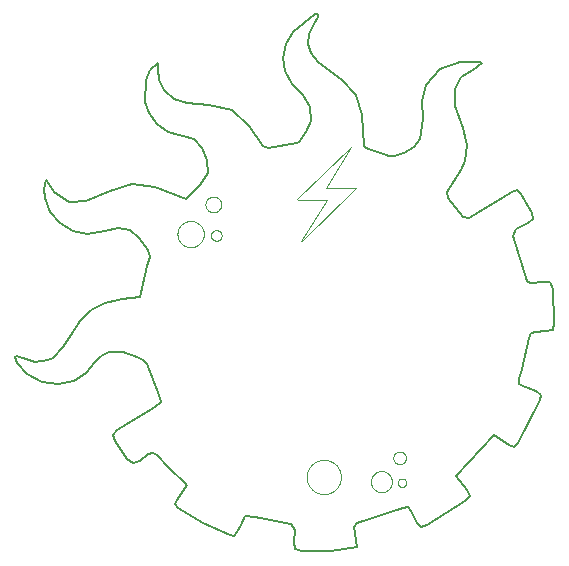
<source format=gbr>
%TF.GenerationSoftware,KiCad,Pcbnew,7.0.8*%
%TF.CreationDate,2024-03-19T09:57:53+01:00*%
%TF.ProjectId,CO2Y-brkout,434f3259-2d62-4726-9b6f-75742e6b6963,rev?*%
%TF.SameCoordinates,Original*%
%TF.FileFunction,Profile,NP*%
%FSLAX46Y46*%
G04 Gerber Fmt 4.6, Leading zero omitted, Abs format (unit mm)*
G04 Created by KiCad (PCBNEW 7.0.8) date 2024-03-19 09:57:53*
%MOMM*%
%LPD*%
G01*
G04 APERTURE LIST*
%TA.AperFunction,Profile*%
%ADD10C,0.009068*%
%TD*%
%TA.AperFunction,Profile*%
%ADD11C,0.013602*%
%TD*%
%TA.AperFunction,Profile*%
%ADD12C,0.022670*%
%TD*%
%TA.AperFunction,Profile*%
%ADD13C,0.200000*%
%TD*%
%TA.AperFunction,Profile*%
%ADD14C,0.096929*%
%TD*%
%TA.AperFunction,Profile*%
%ADD15C,0.010881*%
%TD*%
%TA.AperFunction,Profile*%
%ADD16C,0.066652*%
%TD*%
%TA.AperFunction,Profile*%
%ADD17C,0.018136*%
%TD*%
%TA.AperFunction,Profile*%
%ADD18C,0.007254*%
%TD*%
G04 APERTURE END LIST*
D10*
X134689486Y-70099348D02*
X134712110Y-70101069D01*
X134734406Y-70103902D01*
X134756344Y-70107820D01*
X134777898Y-70112794D01*
X134799039Y-70118798D01*
X134819739Y-70125802D01*
X134839970Y-70133779D01*
X134859704Y-70142701D01*
X134878913Y-70152539D01*
X134897569Y-70163266D01*
X134915645Y-70174854D01*
X134933112Y-70187275D01*
X134949941Y-70200501D01*
X134966106Y-70214503D01*
X134981578Y-70229255D01*
X134996330Y-70244727D01*
X135010332Y-70260892D01*
X135023558Y-70277721D01*
X135035979Y-70295188D01*
X135047567Y-70313264D01*
X135058294Y-70331920D01*
X135068132Y-70351129D01*
X135077054Y-70370863D01*
X135085031Y-70391094D01*
X135092035Y-70411794D01*
X135098039Y-70432935D01*
X135103013Y-70454489D01*
X135106931Y-70476427D01*
X135109764Y-70498723D01*
X135111485Y-70521347D01*
X135112064Y-70544273D01*
X135111485Y-70567198D01*
X135109764Y-70589823D01*
X135106931Y-70612118D01*
X135103013Y-70634057D01*
X135098039Y-70655611D01*
X135092035Y-70676751D01*
X135085031Y-70697451D01*
X135077054Y-70717682D01*
X135068132Y-70737416D01*
X135058294Y-70756626D01*
X135047567Y-70775282D01*
X135035979Y-70793358D01*
X135023558Y-70810824D01*
X135010332Y-70827654D01*
X134996330Y-70843819D01*
X134981578Y-70859291D01*
X134966106Y-70874042D01*
X134949941Y-70888045D01*
X134933112Y-70901271D01*
X134915645Y-70913691D01*
X134897569Y-70925279D01*
X134878913Y-70936007D01*
X134859704Y-70945845D01*
X134839970Y-70954767D01*
X134819739Y-70962744D01*
X134799039Y-70969748D01*
X134777898Y-70975751D01*
X134756344Y-70980726D01*
X134734406Y-70984644D01*
X134712110Y-70987477D01*
X134689486Y-70989197D01*
X134666560Y-70989777D01*
X134643635Y-70989197D01*
X134621010Y-70987477D01*
X134598715Y-70984644D01*
X134576776Y-70980726D01*
X134555222Y-70975751D01*
X134534082Y-70969748D01*
X134513382Y-70962744D01*
X134493151Y-70954767D01*
X134473416Y-70945845D01*
X134454207Y-70936007D01*
X134435551Y-70925279D01*
X134417475Y-70913691D01*
X134400009Y-70901271D01*
X134383179Y-70888045D01*
X134367014Y-70874042D01*
X134351542Y-70859291D01*
X134336791Y-70843819D01*
X134322788Y-70827654D01*
X134309562Y-70810824D01*
X134297142Y-70793358D01*
X134285553Y-70775282D01*
X134274826Y-70756626D01*
X134264988Y-70737416D01*
X134256066Y-70717682D01*
X134248089Y-70697451D01*
X134241085Y-70676751D01*
X134235082Y-70655611D01*
X134230107Y-70634057D01*
X134226189Y-70612118D01*
X134223356Y-70589823D01*
X134221636Y-70567198D01*
X134221056Y-70544273D01*
X134221636Y-70521347D01*
X134223356Y-70498723D01*
X134226189Y-70476427D01*
X134230107Y-70454489D01*
X134235082Y-70432935D01*
X134241085Y-70411794D01*
X134248089Y-70391094D01*
X134256066Y-70370863D01*
X134264988Y-70351129D01*
X134274826Y-70331920D01*
X134285553Y-70313264D01*
X134297142Y-70295188D01*
X134309562Y-70277721D01*
X134322788Y-70260892D01*
X134336791Y-70244727D01*
X134351542Y-70229255D01*
X134367014Y-70214503D01*
X134383179Y-70200501D01*
X134400009Y-70187275D01*
X134417475Y-70174854D01*
X134435551Y-70163266D01*
X134454207Y-70152539D01*
X134473416Y-70142701D01*
X134493151Y-70133779D01*
X134513382Y-70125802D01*
X134534082Y-70118798D01*
X134555222Y-70112794D01*
X134576776Y-70107820D01*
X134598715Y-70103902D01*
X134621010Y-70101069D01*
X134643635Y-70099348D01*
X134666560Y-70098769D01*
X134689486Y-70099348D01*
D11*
X134450981Y-67251981D02*
X134484918Y-67254562D01*
X134518361Y-67258811D01*
X134551269Y-67264688D01*
X134583600Y-67272150D01*
X134615311Y-67281155D01*
X134646361Y-67291661D01*
X134676707Y-67303626D01*
X134706309Y-67317008D01*
X134735122Y-67331766D01*
X134763107Y-67347857D01*
X134790220Y-67365239D01*
X134816420Y-67383870D01*
X134841664Y-67403708D01*
X134865912Y-67424711D01*
X134889120Y-67446838D01*
X134911246Y-67470046D01*
X134932250Y-67494294D01*
X134952088Y-67519538D01*
X134970719Y-67545738D01*
X134988101Y-67572851D01*
X135004192Y-67600836D01*
X135018949Y-67629649D01*
X135032332Y-67659250D01*
X135044297Y-67689597D01*
X135054803Y-67720647D01*
X135063808Y-67752358D01*
X135071270Y-67784689D01*
X135077147Y-67817597D01*
X135081396Y-67851040D01*
X135083977Y-67884977D01*
X135084846Y-67919365D01*
X135083977Y-67953754D01*
X135081396Y-67987691D01*
X135077147Y-68021134D01*
X135071270Y-68054042D01*
X135063808Y-68086373D01*
X135054803Y-68118084D01*
X135044297Y-68149134D01*
X135032332Y-68179480D01*
X135018949Y-68209081D01*
X135004192Y-68237895D01*
X134988101Y-68265880D01*
X134970719Y-68292993D01*
X134952088Y-68319193D01*
X134932250Y-68344437D01*
X134911246Y-68368684D01*
X134889120Y-68391893D01*
X134865912Y-68414019D01*
X134841664Y-68435023D01*
X134816420Y-68454861D01*
X134790220Y-68473492D01*
X134763107Y-68490874D01*
X134735122Y-68506965D01*
X134706309Y-68521722D01*
X134676707Y-68535105D01*
X134646361Y-68547070D01*
X134615311Y-68557576D01*
X134583600Y-68566581D01*
X134551269Y-68574043D01*
X134518361Y-68579919D01*
X134484918Y-68584169D01*
X134450981Y-68586750D01*
X134416593Y-68587619D01*
X134382204Y-68586750D01*
X134348267Y-68584169D01*
X134314824Y-68579919D01*
X134281916Y-68574043D01*
X134249585Y-68566581D01*
X134217874Y-68557576D01*
X134186824Y-68547070D01*
X134156478Y-68535105D01*
X134126876Y-68521722D01*
X134098063Y-68506965D01*
X134070078Y-68490874D01*
X134042965Y-68473492D01*
X134016765Y-68454861D01*
X133991521Y-68435023D01*
X133967273Y-68414019D01*
X133944065Y-68391893D01*
X133921939Y-68368684D01*
X133900935Y-68344437D01*
X133881097Y-68319193D01*
X133862466Y-68292993D01*
X133845084Y-68265880D01*
X133828993Y-68237895D01*
X133814236Y-68209081D01*
X133800853Y-68179480D01*
X133788888Y-68149134D01*
X133778382Y-68118084D01*
X133769377Y-68086373D01*
X133761915Y-68054042D01*
X133756038Y-68021134D01*
X133751789Y-67987691D01*
X133749208Y-67953754D01*
X133748339Y-67919365D01*
X133749208Y-67884977D01*
X133751789Y-67851040D01*
X133756038Y-67817597D01*
X133761915Y-67784689D01*
X133769377Y-67752358D01*
X133778382Y-67720647D01*
X133788888Y-67689597D01*
X133800853Y-67659250D01*
X133814236Y-67629649D01*
X133828993Y-67600836D01*
X133845084Y-67572851D01*
X133862466Y-67545738D01*
X133881097Y-67519538D01*
X133900935Y-67494294D01*
X133921939Y-67470046D01*
X133944065Y-67446838D01*
X133967273Y-67424711D01*
X133991521Y-67403708D01*
X134016765Y-67383870D01*
X134042965Y-67365239D01*
X134070078Y-67347857D01*
X134098063Y-67331766D01*
X134126876Y-67317008D01*
X134156478Y-67303626D01*
X134186824Y-67291661D01*
X134217874Y-67281155D01*
X134249585Y-67272150D01*
X134281916Y-67264688D01*
X134314824Y-67258811D01*
X134348267Y-67254562D01*
X134382204Y-67251981D01*
X134416593Y-67251111D01*
X134450981Y-67251981D01*
D12*
X132549005Y-69315377D02*
X132605567Y-69319678D01*
X132661306Y-69326761D01*
X132716152Y-69336556D01*
X132770037Y-69348992D01*
X132822889Y-69364001D01*
X132874638Y-69381511D01*
X132925216Y-69401453D01*
X132974551Y-69423757D01*
X133022574Y-69448353D01*
X133069215Y-69475171D01*
X133114404Y-69504141D01*
X133158070Y-69535193D01*
X133200145Y-69568257D01*
X133240557Y-69603263D01*
X133279237Y-69640141D01*
X133316115Y-69678821D01*
X133351121Y-69719233D01*
X133384185Y-69761307D01*
X133415237Y-69804974D01*
X133444207Y-69850163D01*
X133471025Y-69896803D01*
X133495621Y-69944827D01*
X133517925Y-69994162D01*
X133537867Y-70044739D01*
X133555377Y-70096489D01*
X133570385Y-70149341D01*
X133582822Y-70203225D01*
X133592617Y-70258072D01*
X133599699Y-70313811D01*
X133604000Y-70370372D01*
X133605450Y-70427686D01*
X133604000Y-70485000D01*
X133599699Y-70541561D01*
X133592617Y-70597300D01*
X133582822Y-70652147D01*
X133570385Y-70706031D01*
X133555377Y-70758883D01*
X133537867Y-70810633D01*
X133517925Y-70861211D01*
X133495621Y-70910546D01*
X133471025Y-70958569D01*
X133444207Y-71005210D01*
X133415237Y-71050398D01*
X133384185Y-71094065D01*
X133351121Y-71136139D01*
X133316115Y-71176551D01*
X133279237Y-71215232D01*
X133240557Y-71252110D01*
X133200145Y-71287116D01*
X133158070Y-71320180D01*
X133114404Y-71351232D01*
X133069215Y-71380201D01*
X133022574Y-71407019D01*
X132974551Y-71431615D01*
X132925216Y-71453919D01*
X132874638Y-71473862D01*
X132822889Y-71491372D01*
X132770037Y-71506380D01*
X132716152Y-71518817D01*
X132661306Y-71528611D01*
X132605567Y-71535694D01*
X132549005Y-71539995D01*
X132491692Y-71541444D01*
X132434378Y-71539995D01*
X132377816Y-71535694D01*
X132322077Y-71528611D01*
X132267231Y-71518817D01*
X132213346Y-71506380D01*
X132160494Y-71491372D01*
X132108745Y-71473862D01*
X132058167Y-71453919D01*
X132008832Y-71431615D01*
X131960809Y-71407019D01*
X131914168Y-71380201D01*
X131868979Y-71351232D01*
X131825313Y-71320180D01*
X131783238Y-71287116D01*
X131742826Y-71252110D01*
X131704146Y-71215232D01*
X131667268Y-71176551D01*
X131632262Y-71136139D01*
X131599198Y-71094065D01*
X131568146Y-71050398D01*
X131539176Y-71005210D01*
X131512358Y-70958569D01*
X131487762Y-70910546D01*
X131465458Y-70861211D01*
X131445516Y-70810633D01*
X131428006Y-70758883D01*
X131412998Y-70706031D01*
X131400561Y-70652147D01*
X131390766Y-70597300D01*
X131383684Y-70541561D01*
X131379383Y-70485000D01*
X131377933Y-70427686D01*
X131379383Y-70370372D01*
X131383684Y-70313811D01*
X131390766Y-70258072D01*
X131400561Y-70203225D01*
X131412998Y-70149341D01*
X131428006Y-70096489D01*
X131445516Y-70044739D01*
X131465458Y-69994162D01*
X131487762Y-69944827D01*
X131512358Y-69896803D01*
X131539176Y-69850163D01*
X131568146Y-69804974D01*
X131599198Y-69761307D01*
X131632262Y-69719233D01*
X131667268Y-69678821D01*
X131704146Y-69640141D01*
X131742826Y-69603263D01*
X131783238Y-69568257D01*
X131825313Y-69535193D01*
X131868979Y-69504141D01*
X131914168Y-69475171D01*
X131960809Y-69448353D01*
X132008832Y-69423757D01*
X132058167Y-69401453D01*
X132108745Y-69381511D01*
X132160494Y-69364001D01*
X132213346Y-69348992D01*
X132267231Y-69336556D01*
X132322077Y-69326761D01*
X132377816Y-69319678D01*
X132434378Y-69315377D01*
X132491692Y-69313928D01*
X132549005Y-69315377D01*
D13*
X131107676Y-58971992D02*
X130208526Y-58226890D01*
X140328696Y-55492442D02*
X140509826Y-56630042D01*
D14*
X142847389Y-92111676D02*
X142794720Y-92066053D01*
D13*
X118277880Y-80932118D02*
X117682852Y-80726578D01*
X131421220Y-93580468D02*
X133536748Y-94912796D01*
D14*
X144202342Y-92377879D02*
X144133461Y-92397440D01*
D13*
X126645908Y-75918352D02*
X125254252Y-76250076D01*
X128920538Y-71786384D02*
X129032108Y-72405874D01*
D14*
X145156979Y-90559958D02*
X145176540Y-90628839D01*
D13*
X130597734Y-61782066D02*
X131880668Y-62117546D01*
D14*
X145134159Y-91490686D02*
X145108169Y-91556603D01*
D13*
X128807626Y-81438680D02*
X129816858Y-84022638D01*
D14*
X142959133Y-92195237D02*
X142902223Y-92154768D01*
D13*
X151922300Y-62399258D02*
X151380370Y-63069006D01*
X156137374Y-92618768D02*
X155922770Y-92112232D01*
X155282552Y-55863172D02*
X153604748Y-56467848D01*
D14*
X143478166Y-92413648D02*
X143407939Y-92397440D01*
D13*
X161301538Y-78831752D02*
X161707316Y-78685862D01*
X135827414Y-95936816D02*
X136203044Y-95954286D01*
X128182408Y-89616388D02*
X128882918Y-89087800D01*
X137958944Y-94373274D02*
X141031986Y-95011886D01*
D14*
X144933868Y-91860077D02*
X144890776Y-91914911D01*
D13*
X136460088Y-95679950D02*
X136716210Y-95063302D01*
X136203044Y-95954286D02*
X136460088Y-95679950D01*
D14*
X143991754Y-92426413D02*
X143919111Y-92435644D01*
X145047045Y-91683488D02*
X145012093Y-91744274D01*
X143339058Y-89605321D02*
X143407939Y-89585760D01*
X144335703Y-89654131D02*
X144400000Y-89683200D01*
X145214744Y-91140011D02*
X145205513Y-91212654D01*
X142321051Y-90916904D02*
X142326656Y-90843189D01*
D13*
X141099790Y-57683694D02*
X142003638Y-58645338D01*
D14*
X143339058Y-92377879D02*
X143271614Y-92355059D01*
X142433231Y-90426597D02*
X142462300Y-90362300D01*
D13*
X120966810Y-66837734D02*
X120522378Y-66155052D01*
D14*
X143078812Y-92267945D02*
X143018026Y-92232993D01*
D13*
X141031986Y-95011886D02*
X141370962Y-95452310D01*
X126284360Y-86995682D02*
X125880472Y-87403120D01*
X132818350Y-62396506D02*
X133484926Y-63115904D01*
X120288912Y-65824654D02*
X120073300Y-66624830D01*
X142626906Y-59679472D02*
X142673982Y-60884302D01*
X158137158Y-87480190D02*
X159425102Y-88317074D01*
D14*
X144746680Y-92066053D02*
X144694011Y-92111676D01*
X143407939Y-89585760D02*
X143478166Y-89569552D01*
D13*
X159425102Y-88317074D02*
X159897736Y-88442754D01*
D14*
X145192748Y-91284134D02*
X145176540Y-91354361D01*
D15*
X150216193Y-88846892D02*
X150243343Y-88848957D01*
X150270098Y-88852356D01*
X150296424Y-88857058D01*
X150322289Y-88863027D01*
X150347658Y-88870231D01*
X150372498Y-88878636D01*
X150396775Y-88888208D01*
X150420456Y-88898914D01*
X150443507Y-88910720D01*
X150465894Y-88923593D01*
X150487585Y-88937498D01*
X150508545Y-88952403D01*
X150528740Y-88968274D01*
X150548138Y-88985077D01*
X150566705Y-89002778D01*
X150584406Y-89021344D01*
X150601209Y-89040742D01*
X150617079Y-89060938D01*
X150631984Y-89081898D01*
X150645890Y-89103588D01*
X150658762Y-89125976D01*
X150670568Y-89149027D01*
X150681274Y-89172708D01*
X150690846Y-89196985D01*
X150699251Y-89221825D01*
X150706455Y-89247194D01*
X150712425Y-89273058D01*
X150717126Y-89299385D01*
X150720526Y-89326140D01*
X150722590Y-89353289D01*
X150723286Y-89380800D01*
X150722590Y-89408310D01*
X150720526Y-89435460D01*
X150717126Y-89462215D01*
X150712425Y-89488541D01*
X150706455Y-89514406D01*
X150699251Y-89539775D01*
X150690846Y-89564614D01*
X150681274Y-89588892D01*
X150670568Y-89612573D01*
X150658762Y-89635624D01*
X150645890Y-89658011D01*
X150631984Y-89679702D01*
X150617079Y-89700662D01*
X150601209Y-89720857D01*
X150584406Y-89740255D01*
X150566705Y-89758821D01*
X150548138Y-89776523D01*
X150528740Y-89793326D01*
X150508545Y-89809196D01*
X150487585Y-89824101D01*
X150465894Y-89838007D01*
X150443507Y-89850879D01*
X150420456Y-89862685D01*
X150396775Y-89873391D01*
X150372498Y-89882963D01*
X150347658Y-89891368D01*
X150322289Y-89898572D01*
X150296424Y-89904542D01*
X150270098Y-89909243D01*
X150243343Y-89912643D01*
X150216193Y-89914707D01*
X150188683Y-89915403D01*
X150161172Y-89914707D01*
X150134023Y-89912643D01*
X150107268Y-89909243D01*
X150080941Y-89904542D01*
X150055077Y-89898572D01*
X150029708Y-89891368D01*
X150004868Y-89882963D01*
X149980591Y-89873391D01*
X149956910Y-89862685D01*
X149933859Y-89850879D01*
X149911471Y-89838007D01*
X149889781Y-89824101D01*
X149868821Y-89809196D01*
X149848625Y-89793326D01*
X149829228Y-89776523D01*
X149810661Y-89758821D01*
X149792960Y-89740255D01*
X149776157Y-89720857D01*
X149760286Y-89700662D01*
X149745381Y-89679702D01*
X149731476Y-89658011D01*
X149718603Y-89635624D01*
X149706797Y-89612573D01*
X149696091Y-89588892D01*
X149686519Y-89564614D01*
X149678114Y-89539775D01*
X149670910Y-89514406D01*
X149664941Y-89488541D01*
X149660240Y-89462215D01*
X149656840Y-89435460D01*
X149654775Y-89408310D01*
X149654080Y-89380800D01*
X149654775Y-89353289D01*
X149656840Y-89326140D01*
X149660240Y-89299385D01*
X149664941Y-89273058D01*
X149670910Y-89247194D01*
X149678114Y-89221825D01*
X149686519Y-89196985D01*
X149696091Y-89172708D01*
X149706797Y-89149027D01*
X149718603Y-89125976D01*
X149731476Y-89103588D01*
X149745381Y-89081898D01*
X149760286Y-89060938D01*
X149776157Y-89040742D01*
X149792960Y-89021344D01*
X149810661Y-89002778D01*
X149829228Y-88985077D01*
X149848625Y-88968274D01*
X149868821Y-88952403D01*
X149889781Y-88937498D01*
X149911471Y-88923593D01*
X149933859Y-88910720D01*
X149956910Y-88898914D01*
X149980591Y-88888208D01*
X150004868Y-88878636D01*
X150029708Y-88870231D01*
X150055077Y-88863027D01*
X150080941Y-88857058D01*
X150107268Y-88852356D01*
X150134023Y-88848957D01*
X150161172Y-88846892D01*
X150188683Y-88846197D01*
X150216193Y-88846892D01*
D13*
X151177578Y-93874046D02*
X151659614Y-94865048D01*
D14*
X145079100Y-91620900D02*
X145047045Y-91683488D01*
X143205697Y-89654131D02*
X143271614Y-89628141D01*
X144462588Y-92267945D02*
X144400000Y-92300000D01*
X142326656Y-90843189D02*
X142335887Y-90770546D01*
D13*
X123100826Y-77747610D02*
X122382838Y-78979480D01*
X130208526Y-58226890D02*
X129815928Y-57388198D01*
D14*
X142744309Y-92017991D02*
X142696247Y-91967580D01*
D13*
X137108758Y-94277828D02*
X137958944Y-94373274D01*
D14*
X142794720Y-92066053D02*
X142744309Y-92017991D01*
X144974337Y-91803167D02*
X144933868Y-91860077D01*
D13*
X142003638Y-58645338D02*
X142626906Y-59679472D01*
D14*
X143478166Y-89569552D02*
X143549646Y-89556787D01*
D13*
X133484926Y-63115904D02*
X133899202Y-64187686D01*
X123738528Y-70390720D02*
X125244978Y-70133752D01*
X127320018Y-70109002D02*
X128129714Y-70728390D01*
X160159480Y-66700074D02*
X159703808Y-66859714D01*
X160615188Y-83303216D02*
X160296956Y-83102278D01*
D14*
X142335887Y-91212654D02*
X142326656Y-91140011D01*
X143549646Y-92426413D02*
X143478166Y-92413648D01*
D13*
X129267980Y-88959352D02*
X129613522Y-89161224D01*
D14*
X143696004Y-89541951D02*
X143770700Y-89540062D01*
D13*
X129440300Y-66455996D02*
X127541264Y-66195420D01*
D14*
X142902223Y-89828432D02*
X142959133Y-89787963D01*
D13*
X152053170Y-59193128D02*
X152156706Y-60642054D01*
X161459694Y-69170262D02*
X161360858Y-68672948D01*
X160479608Y-67035906D02*
X160159480Y-66700074D01*
X153604748Y-56467848D02*
X152435414Y-57793828D01*
X122491550Y-70167512D02*
X123738528Y-70390720D01*
X162317400Y-74442854D02*
X161202650Y-74582338D01*
X149746528Y-63850028D02*
X149324726Y-63850028D01*
X130607770Y-90122868D02*
X132212020Y-91657146D01*
X160946542Y-74428122D02*
X159764076Y-70559564D01*
D16*
X146046788Y-63029301D02*
X146052620Y-63033550D01*
X146058452Y-63037877D01*
X146064284Y-63042308D01*
X146070116Y-63046869D01*
X146075948Y-63051585D01*
X146081779Y-63056484D01*
X146081779Y-63056499D01*
X143980003Y-66504661D01*
X144002338Y-66505521D01*
X144022876Y-66506544D01*
X144059708Y-66508735D01*
X144092791Y-66510553D01*
X144108642Y-66511107D01*
X144124416Y-66511310D01*
X146301735Y-66511310D01*
X146310482Y-66511436D01*
X146319230Y-66511796D01*
X146336726Y-66513114D01*
X146354222Y-66515057D01*
X146371719Y-66517417D01*
X146406712Y-66522553D01*
X146424208Y-66524914D01*
X146441703Y-66526859D01*
X146455032Y-66566860D01*
X141904884Y-71030361D01*
X141864895Y-70999260D01*
X144000000Y-67500000D01*
X141556072Y-67500000D01*
X141533855Y-67459999D01*
X146035125Y-63020935D01*
X146046788Y-63029301D01*
D14*
X144133461Y-89585760D02*
X144202342Y-89605321D01*
X144694011Y-89871524D02*
X144746680Y-89917147D01*
D13*
X154845640Y-58182856D02*
X155415264Y-57133116D01*
D14*
X142407241Y-90492514D02*
X142433231Y-90426597D01*
D13*
X126306970Y-69891498D02*
X127320018Y-70109002D01*
X159703808Y-66859714D02*
X156020676Y-69084044D01*
X128882918Y-89087800D02*
X129267980Y-88959352D01*
D14*
X143271614Y-89628141D02*
X143339058Y-89605321D01*
X145205513Y-91212654D02*
X145192748Y-91284134D01*
D13*
X128129714Y-70728390D02*
X128920538Y-71786384D01*
D14*
X142319162Y-90991600D02*
X142321051Y-90916904D01*
D13*
X163145890Y-78533540D02*
X163258904Y-77929748D01*
X141167596Y-53279180D02*
X140550066Y-54349338D01*
D14*
X142650624Y-90068289D02*
X142696247Y-90015620D01*
D13*
X160524740Y-81835068D02*
X161104768Y-79214370D01*
D14*
X144746680Y-89917147D02*
X144797091Y-89965209D01*
X142529307Y-90238926D02*
X142567063Y-90180033D01*
D13*
X141634530Y-62646132D02*
X141468842Y-62690134D01*
D14*
X143770700Y-89540062D02*
X143845396Y-89541951D01*
X143549646Y-89556787D02*
X143622289Y-89547556D01*
X145108169Y-90426597D02*
X145134159Y-90492514D01*
X144845153Y-90015620D02*
X144890776Y-90068289D01*
D13*
X121248068Y-83131658D02*
X122586168Y-82870138D01*
D14*
X145047045Y-90299712D02*
X145079100Y-90362300D01*
D13*
X155546100Y-61464212D02*
X154905910Y-59606980D01*
X128692704Y-57418500D02*
X128611732Y-59210600D01*
X129711410Y-56472428D02*
X129711410Y-55907220D01*
D14*
X142744309Y-89965209D02*
X142794720Y-89917147D01*
X145012093Y-90238926D02*
X145047045Y-90299712D01*
D13*
X142673982Y-60884302D02*
X142250292Y-61823020D01*
X142407520Y-54348198D02*
X142501306Y-53518110D01*
D14*
X142959133Y-89787963D02*
X143018026Y-89750207D01*
D13*
X162919948Y-74526348D02*
X162317400Y-74442854D01*
X127541264Y-66195420D02*
X125704426Y-66771678D01*
X126058424Y-87942666D02*
X127120416Y-89476906D01*
D14*
X145205513Y-90770546D02*
X145214744Y-90843189D01*
D13*
X155583762Y-69017962D02*
X154265720Y-67410278D01*
D14*
X144269786Y-89628141D02*
X144335703Y-89654131D01*
D13*
X117600000Y-80800000D02*
X117750640Y-81306512D01*
X121703046Y-80024634D02*
X120808586Y-80910138D01*
D14*
X143696004Y-92441249D02*
X143622289Y-92435644D01*
D13*
X135983708Y-59958418D02*
X134057376Y-59489532D01*
X125244978Y-70133752D02*
X126306970Y-69891498D01*
X120073300Y-66624830D02*
X120123242Y-67402962D01*
X160296956Y-83102278D02*
X160306352Y-82730656D01*
X145287588Y-57419440D02*
X143284096Y-55885152D01*
D14*
X142407241Y-91490686D02*
X142384421Y-91423242D01*
D13*
X159897736Y-88442754D02*
X160223520Y-88155512D01*
X151380370Y-63069006D02*
X150552470Y-63578412D01*
D14*
X144797091Y-92017991D02*
X144746680Y-92066053D01*
X144523374Y-92232993D02*
X144462588Y-92267945D01*
X145176540Y-90628839D02*
X145192748Y-90699066D01*
X142348652Y-90699066D02*
X142364860Y-90628839D01*
X142384421Y-91423242D02*
X142364860Y-91354361D01*
D13*
X128476166Y-81078962D02*
X128807626Y-81438680D01*
X143284096Y-55885152D02*
X142665392Y-55135610D01*
D14*
X144890776Y-91914911D02*
X144845153Y-91967580D01*
D13*
X118648130Y-82292032D02*
X119874664Y-82919686D01*
X162126268Y-84027224D02*
X161752502Y-83714314D01*
X151659614Y-94865048D02*
X152016462Y-95219294D01*
X131186754Y-93273050D02*
X131421220Y-93580468D01*
X129815928Y-57388198D02*
X129711410Y-56472428D01*
X128830172Y-73114142D02*
X128626840Y-73862948D01*
X142250292Y-61823020D02*
X141634530Y-62646132D01*
D14*
X144269786Y-92355059D02*
X144202342Y-92377879D01*
X144523374Y-89750207D02*
X144582267Y-89787963D01*
X144133461Y-92397440D02*
X144063234Y-92413648D01*
D13*
X155922770Y-92112232D02*
X154958652Y-90945032D01*
D14*
X142494355Y-91683488D02*
X142462300Y-91620900D01*
D13*
X120565268Y-68567656D02*
X121394250Y-69524498D01*
X129032108Y-72405874D02*
X128830172Y-73114142D01*
X139028462Y-63123270D02*
X138621806Y-62961768D01*
X152016462Y-95219294D02*
X152503218Y-95099992D01*
X117750640Y-81306512D02*
X118648130Y-82292032D01*
X146598172Y-94879772D02*
X150469562Y-93617160D01*
X125704426Y-66771678D02*
X123670754Y-67637904D01*
D14*
X145079100Y-90362300D02*
X145108169Y-90426597D01*
X143018026Y-92232993D02*
X142959133Y-92195237D01*
X143845396Y-92441249D02*
X143770700Y-92443138D01*
X143622289Y-89547556D02*
X143696004Y-89541951D01*
D13*
X124065262Y-76848818D02*
X123100826Y-77747610D01*
D14*
X142433231Y-91556603D02*
X142407241Y-91490686D01*
D13*
X129996696Y-84653950D02*
X129492968Y-85065026D01*
D14*
X142847389Y-89871524D02*
X142902223Y-89828432D01*
X143845396Y-89541951D02*
X143919111Y-89547556D01*
D13*
X129711410Y-55907220D02*
X129082018Y-56562732D01*
D14*
X142696247Y-90015620D02*
X142744309Y-89965209D01*
X143271614Y-92355059D02*
X143205697Y-92329069D01*
D13*
X143253936Y-51811018D02*
X143035548Y-51833038D01*
D14*
X144400000Y-89683200D02*
X144462588Y-89715255D01*
D13*
X152156706Y-60642054D02*
X151922300Y-62399258D01*
D14*
X145220349Y-91066296D02*
X145214744Y-91140011D01*
X144335703Y-92329069D02*
X144269786Y-92355059D01*
D13*
X129638918Y-61101782D02*
X130597734Y-61782066D01*
X129492968Y-85065026D02*
X126284360Y-86995682D01*
X141468842Y-62690134D02*
X139028462Y-63123270D01*
X122382838Y-78979480D02*
X121703046Y-80024634D01*
D14*
X142567063Y-90180033D02*
X142607532Y-90123123D01*
X145176540Y-91354361D02*
X145156979Y-91423242D01*
D13*
X120808586Y-80910138D02*
X120394356Y-81123048D01*
X133304148Y-66235752D02*
X132099054Y-67432354D01*
D14*
X142607532Y-91860077D02*
X142567063Y-91803167D01*
D13*
X147193178Y-62961768D02*
X147012390Y-60304394D01*
X124408874Y-81269820D02*
X124895662Y-80733928D01*
D14*
X144582267Y-89787963D02*
X144639177Y-89828432D01*
X145134159Y-90492514D02*
X145156979Y-90559958D01*
D13*
X143253936Y-52023902D02*
X143253936Y-51811018D01*
X155893542Y-62874564D02*
X155546100Y-61464212D01*
D14*
X144462588Y-89715255D02*
X144523374Y-89750207D01*
D13*
X125880472Y-87403120D02*
X126058424Y-87942666D01*
D14*
X142607532Y-90123123D02*
X142650624Y-90068289D01*
X144639177Y-92154768D02*
X144582267Y-92195237D01*
D13*
X133899202Y-64187686D02*
X133943456Y-65288822D01*
D14*
X144974337Y-90180033D02*
X145012093Y-90238926D01*
X144694011Y-92111676D02*
X144639177Y-92154768D01*
X142902223Y-92154768D02*
X142847389Y-92111676D01*
D17*
X148694613Y-90497609D02*
X148739862Y-90501050D01*
X148784453Y-90506716D01*
X148828331Y-90514552D01*
X148871438Y-90524501D01*
X148913720Y-90536508D01*
X148955120Y-90550516D01*
X148995582Y-90566470D01*
X149035050Y-90584313D01*
X149073468Y-90603990D01*
X149110781Y-90625444D01*
X149146932Y-90648620D01*
X149181865Y-90673462D01*
X149215524Y-90699913D01*
X149247854Y-90727918D01*
X149278798Y-90757420D01*
X149308301Y-90788364D01*
X149336306Y-90820694D01*
X149362757Y-90854353D01*
X149387598Y-90889287D01*
X149410774Y-90925438D01*
X149432229Y-90962750D01*
X149451905Y-91001169D01*
X149469749Y-91040637D01*
X149485702Y-91081099D01*
X149499711Y-91122499D01*
X149511717Y-91164780D01*
X149521666Y-91207888D01*
X149529502Y-91251765D01*
X149535168Y-91296356D01*
X149538609Y-91341605D01*
X149539768Y-91387456D01*
X149538609Y-91433307D01*
X149535168Y-91478556D01*
X149529502Y-91523148D01*
X149521666Y-91567025D01*
X149511717Y-91610132D01*
X149499711Y-91652414D01*
X149485702Y-91693814D01*
X149469749Y-91734276D01*
X149451905Y-91773744D01*
X149432229Y-91812163D01*
X149410774Y-91849475D01*
X149387598Y-91885626D01*
X149362757Y-91920559D01*
X149336306Y-91954219D01*
X149308301Y-91986549D01*
X149278798Y-92017493D01*
X149247854Y-92046995D01*
X149215524Y-92075000D01*
X149181865Y-92101451D01*
X149146932Y-92126293D01*
X149110781Y-92149469D01*
X149073468Y-92170923D01*
X149035050Y-92190600D01*
X148995582Y-92208443D01*
X148955120Y-92224397D01*
X148913720Y-92238405D01*
X148871438Y-92250412D01*
X148828331Y-92260361D01*
X148784453Y-92268196D01*
X148739862Y-92273863D01*
X148694613Y-92277303D01*
X148648762Y-92278463D01*
X148602911Y-92277303D01*
X148557662Y-92273863D01*
X148513071Y-92268196D01*
X148469193Y-92260361D01*
X148426086Y-92250412D01*
X148383804Y-92238405D01*
X148342404Y-92224397D01*
X148301942Y-92208443D01*
X148262474Y-92190600D01*
X148224056Y-92170923D01*
X148186743Y-92149469D01*
X148150592Y-92126293D01*
X148115659Y-92101451D01*
X148082000Y-92075000D01*
X148049670Y-92046995D01*
X148018726Y-92017493D01*
X147989223Y-91986549D01*
X147961218Y-91954219D01*
X147934767Y-91920559D01*
X147909926Y-91885626D01*
X147886750Y-91849475D01*
X147865295Y-91812163D01*
X147845619Y-91773744D01*
X147827775Y-91734276D01*
X147811822Y-91693814D01*
X147797814Y-91652414D01*
X147785807Y-91610132D01*
X147775858Y-91567025D01*
X147768022Y-91523148D01*
X147762356Y-91478556D01*
X147758915Y-91433307D01*
X147757756Y-91387456D01*
X147758915Y-91341605D01*
X147762356Y-91296356D01*
X147768022Y-91251765D01*
X147775858Y-91207888D01*
X147785807Y-91164780D01*
X147797814Y-91122499D01*
X147811822Y-91081099D01*
X147827775Y-91040637D01*
X147845619Y-91001169D01*
X147865295Y-90962750D01*
X147886750Y-90925438D01*
X147909926Y-90889287D01*
X147934767Y-90854353D01*
X147961218Y-90820694D01*
X147989223Y-90788364D01*
X148018726Y-90757420D01*
X148049670Y-90727918D01*
X148082000Y-90699913D01*
X148115659Y-90673462D01*
X148150592Y-90648620D01*
X148186743Y-90625444D01*
X148224056Y-90603990D01*
X148262474Y-90584313D01*
X148301942Y-90566470D01*
X148342404Y-90550516D01*
X148383804Y-90536508D01*
X148426086Y-90524501D01*
X148469193Y-90514552D01*
X148513071Y-90506716D01*
X148557662Y-90501050D01*
X148602911Y-90497609D01*
X148648762Y-90496450D01*
X148694613Y-90497609D01*
D13*
X143035548Y-51833038D02*
X141167596Y-53279180D01*
X144406352Y-97287566D02*
X146590608Y-96935176D01*
X150469562Y-93617160D02*
X150888564Y-93569398D01*
X121394250Y-69524498D02*
X122491550Y-70167512D01*
D14*
X145012093Y-91744274D02*
X144974337Y-91803167D01*
D13*
X161752502Y-83714314D02*
X160615188Y-83303216D01*
X136716210Y-95063302D02*
X137108758Y-94277828D01*
X129613522Y-89161224D02*
X130607770Y-90122868D01*
X132227126Y-59320672D02*
X131107676Y-58971992D01*
D14*
X143919111Y-89547556D02*
X143991754Y-89556787D01*
X144582267Y-92195237D02*
X144523374Y-92232993D01*
X144063234Y-92413648D02*
X143991754Y-92426413D01*
X143141400Y-92300000D02*
X143078812Y-92267945D01*
X142567063Y-91803167D02*
X142529307Y-91744274D01*
D13*
X163138346Y-75066846D02*
X162919948Y-74526348D01*
X161202650Y-74582338D02*
X160946542Y-74428122D01*
X131880668Y-62117546D02*
X132818350Y-62396506D01*
X154220532Y-66859714D02*
X155372870Y-65002482D01*
X142937584Y-52640532D02*
X143253936Y-52023902D01*
D14*
X143141400Y-89683200D02*
X143205697Y-89654131D01*
D13*
X161067100Y-69502440D02*
X161459694Y-69170262D01*
D14*
X143622289Y-92435644D02*
X143549646Y-92426413D01*
X144063234Y-89569552D02*
X144133461Y-89585760D01*
X143770700Y-92443138D02*
X143696004Y-92441249D01*
D13*
X119313528Y-81250546D02*
X118277880Y-80932118D01*
D14*
X144639177Y-89828432D02*
X144694011Y-89871524D01*
D13*
X150552470Y-63578412D02*
X149746528Y-63850028D01*
X146590608Y-96935176D02*
X146357136Y-95217426D01*
X142501306Y-53518110D02*
X142937584Y-52640532D01*
X127120416Y-89476906D02*
X127603394Y-89846716D01*
X123633108Y-82215888D02*
X124408874Y-81269820D01*
X162076340Y-84499822D02*
X162126268Y-84027224D01*
D14*
X145192748Y-90699066D02*
X145205513Y-90770546D01*
X142529307Y-91744274D02*
X142494355Y-91683488D01*
X142326656Y-91140011D02*
X142321051Y-91066296D01*
D13*
X154265720Y-67410278D02*
X154220532Y-66859714D01*
X141257952Y-96487380D02*
X141353980Y-97092104D01*
X124895662Y-80733928D02*
X125568816Y-80440328D01*
X133943456Y-65288822D02*
X133304148Y-66235752D01*
X155704338Y-64246380D02*
X155893542Y-62874564D01*
X163258904Y-77929748D02*
X163138346Y-75066846D01*
X128626840Y-73862948D02*
X128242726Y-75720180D01*
X128242726Y-75720180D02*
X126645908Y-75918352D01*
X162535788Y-78663806D02*
X163145890Y-78533540D01*
D14*
X142384421Y-90559958D02*
X142407241Y-90492514D01*
D13*
X141353980Y-97092104D02*
X141935862Y-97272852D01*
X122166236Y-67722300D02*
X120966810Y-66837734D01*
D14*
X144797091Y-89965209D02*
X144845153Y-90015620D01*
D13*
X133536748Y-94912796D02*
X135827414Y-95936816D01*
D14*
X142494355Y-90299712D02*
X142529307Y-90238926D01*
D13*
X132099054Y-67432354D02*
X129440300Y-66455996D01*
X147351324Y-63152618D02*
X147193178Y-62961768D01*
X129082018Y-56562732D02*
X128692704Y-57418500D01*
X140509826Y-56630042D02*
X141099790Y-57683694D01*
X120394356Y-81123048D02*
X119313528Y-81250546D01*
X141935862Y-97272852D02*
X144406352Y-97287566D01*
D14*
X143407939Y-92397440D02*
X143339058Y-92377879D01*
D13*
X128611732Y-59210600D02*
X128983742Y-60202644D01*
X152503218Y-95099992D02*
X155764548Y-93037202D01*
X141370962Y-95452310D02*
X141257952Y-96487380D01*
D14*
X143205697Y-92329069D02*
X143141400Y-92300000D01*
X144202342Y-89605321D02*
X144269786Y-89628141D01*
D13*
X155415264Y-57133116D02*
X156442460Y-56501772D01*
X140550066Y-54349338D02*
X140328696Y-55492442D01*
D14*
X143991754Y-89556787D02*
X144063234Y-89569552D01*
X142462300Y-90362300D02*
X142494355Y-90299712D01*
D13*
X142665392Y-55135610D02*
X142407520Y-54348198D01*
D14*
X144400000Y-92300000D02*
X144335703Y-92329069D01*
D13*
X161360858Y-68672948D02*
X160479608Y-67035906D01*
X120522378Y-66155052D02*
X120288912Y-65824654D01*
X146522832Y-58663680D02*
X145287588Y-57419440D01*
X125568816Y-80440328D02*
X126803124Y-80387982D01*
X159764076Y-70559564D02*
X160027646Y-69994266D01*
D14*
X142364860Y-91354361D02*
X142348652Y-91284134D01*
X143018026Y-89750207D02*
X143078812Y-89715255D01*
D13*
X138621806Y-62961768D02*
X137446772Y-61258672D01*
X123670754Y-67637904D02*
X122166236Y-67722300D01*
X137446772Y-61258672D02*
X135983708Y-59958418D01*
D14*
X144890776Y-90068289D02*
X144933868Y-90123123D01*
D13*
X154958652Y-90945032D02*
X158137158Y-87480190D01*
D14*
X145222238Y-90991600D02*
X145220349Y-91066296D01*
D13*
X161104768Y-79214370D02*
X161301538Y-78831752D01*
D14*
X142462300Y-91620900D02*
X142433231Y-91556603D01*
D13*
X125254252Y-76250076D02*
X124065262Y-76848818D01*
D14*
X142335887Y-90770546D02*
X142348652Y-90699066D01*
X145220349Y-90916904D02*
X145222238Y-90991600D01*
D13*
X119874664Y-82919686D02*
X121248068Y-83131658D01*
X150888564Y-93569398D02*
X151177578Y-93874046D01*
X156020676Y-69084044D02*
X155583762Y-69017962D01*
X127603394Y-89846716D02*
X128182408Y-89616388D01*
D18*
X150406997Y-91124786D02*
X150425097Y-91126162D01*
X150442933Y-91128429D01*
X150460484Y-91131563D01*
X150477727Y-91135543D01*
X150494640Y-91140346D01*
X150511200Y-91145949D01*
X150527384Y-91152330D01*
X150543172Y-91159468D01*
X150558539Y-91167339D01*
X150573464Y-91175920D01*
X150587925Y-91185191D01*
X150601898Y-91195128D01*
X150615362Y-91205708D01*
X150628294Y-91216910D01*
X150640672Y-91228711D01*
X150652473Y-91241089D01*
X150663675Y-91254021D01*
X150674255Y-91267485D01*
X150684192Y-91281458D01*
X150693462Y-91295918D01*
X150702044Y-91310843D01*
X150709915Y-91326211D01*
X150717052Y-91341998D01*
X150723434Y-91358183D01*
X150729037Y-91374743D01*
X150733840Y-91391655D01*
X150737819Y-91408898D01*
X150740954Y-91426449D01*
X150743220Y-91444286D01*
X150744596Y-91462385D01*
X150745060Y-91480726D01*
X150744596Y-91499066D01*
X150743220Y-91517166D01*
X150740954Y-91535002D01*
X150737819Y-91552553D01*
X150733840Y-91569796D01*
X150729037Y-91586709D01*
X150723434Y-91603268D01*
X150717052Y-91619453D01*
X150709915Y-91635241D01*
X150702044Y-91650608D01*
X150693462Y-91665533D01*
X150684192Y-91679993D01*
X150674255Y-91693967D01*
X150663675Y-91707431D01*
X150652473Y-91720363D01*
X150640672Y-91732740D01*
X150628294Y-91744541D01*
X150615362Y-91755743D01*
X150601898Y-91766324D01*
X150587925Y-91776261D01*
X150573464Y-91785531D01*
X150558539Y-91794113D01*
X150543172Y-91801984D01*
X150527384Y-91809121D01*
X150511200Y-91815502D01*
X150494640Y-91821106D01*
X150477727Y-91825908D01*
X150460484Y-91829888D01*
X150442933Y-91833022D01*
X150425097Y-91835289D01*
X150406997Y-91836665D01*
X150388657Y-91837129D01*
X150370317Y-91836665D01*
X150352217Y-91835289D01*
X150334381Y-91833022D01*
X150316830Y-91829888D01*
X150299587Y-91825908D01*
X150282674Y-91821106D01*
X150266114Y-91815502D01*
X150249929Y-91809121D01*
X150234142Y-91801984D01*
X150218775Y-91794113D01*
X150203849Y-91785531D01*
X150189389Y-91776261D01*
X150175416Y-91766324D01*
X150161952Y-91755743D01*
X150149020Y-91744541D01*
X150136642Y-91732740D01*
X150124841Y-91720363D01*
X150113639Y-91707431D01*
X150103059Y-91693967D01*
X150093122Y-91679993D01*
X150083852Y-91665533D01*
X150075270Y-91650608D01*
X150067399Y-91635241D01*
X150060262Y-91619453D01*
X150053880Y-91603268D01*
X150048277Y-91586709D01*
X150043474Y-91569796D01*
X150039494Y-91552553D01*
X150036360Y-91535002D01*
X150034094Y-91517166D01*
X150032717Y-91499066D01*
X150032254Y-91480726D01*
X150032717Y-91462385D01*
X150034094Y-91444286D01*
X150036360Y-91426449D01*
X150039494Y-91408898D01*
X150043474Y-91391655D01*
X150048277Y-91374743D01*
X150053880Y-91358183D01*
X150060262Y-91341998D01*
X150067399Y-91326211D01*
X150075270Y-91310843D01*
X150083852Y-91295918D01*
X150093122Y-91281458D01*
X150103059Y-91267485D01*
X150113639Y-91254021D01*
X150124841Y-91241089D01*
X150136642Y-91228711D01*
X150149020Y-91216910D01*
X150161952Y-91205708D01*
X150175416Y-91195128D01*
X150189389Y-91185191D01*
X150203849Y-91175920D01*
X150218775Y-91167339D01*
X150234142Y-91159468D01*
X150249929Y-91152330D01*
X150266114Y-91145949D01*
X150282674Y-91140346D01*
X150299587Y-91135543D01*
X150316830Y-91131563D01*
X150334381Y-91128429D01*
X150352217Y-91126162D01*
X150370317Y-91124786D01*
X150388657Y-91124322D01*
X150406997Y-91124786D01*
D13*
X134057376Y-59489532D02*
X132227126Y-59320672D01*
D14*
X145156979Y-91423242D02*
X145134159Y-91490686D01*
D13*
X160027646Y-69994266D02*
X161067100Y-69502440D01*
D14*
X143919111Y-92435644D02*
X143845396Y-92441249D01*
X142348652Y-91284134D02*
X142335887Y-91212654D01*
X142794720Y-89917147D02*
X142847389Y-89871524D01*
D13*
X146357136Y-95217426D02*
X146598172Y-94879772D01*
X152435414Y-57793828D02*
X152053170Y-59193128D01*
D14*
X142696247Y-91967580D02*
X142650624Y-91914911D01*
X144933868Y-90123123D02*
X144974337Y-90180033D01*
D13*
X147012390Y-60304394D02*
X146522832Y-58663680D01*
D14*
X143078812Y-89715255D02*
X143141400Y-89683200D01*
X144845153Y-91967580D02*
X144797091Y-92017991D01*
D13*
X155372870Y-65002482D02*
X155704338Y-64246380D01*
X160223520Y-88155512D02*
X162076340Y-84499822D01*
X161707316Y-78685862D02*
X162535788Y-78663806D01*
X132212020Y-91657146D02*
X131308220Y-92905034D01*
D14*
X145214744Y-90843189D02*
X145220349Y-90916904D01*
D13*
X128983742Y-60202644D02*
X129638918Y-61101782D01*
X160306352Y-82730656D02*
X160524740Y-81835068D01*
X131308220Y-92905034D02*
X131186754Y-93273050D01*
X154905910Y-59606980D02*
X154845640Y-58182856D01*
X155764548Y-93037202D02*
X156137374Y-92618768D01*
X120123242Y-67402962D02*
X120565268Y-68567656D01*
X157188140Y-55958578D02*
X156909456Y-55863172D01*
D14*
X142364860Y-90628839D02*
X142384421Y-90559958D01*
D13*
X156442460Y-56501772D02*
X157188140Y-55958578D01*
X127964022Y-80792638D02*
X128476166Y-81078962D01*
X122586168Y-82870138D02*
X123633108Y-82215888D01*
X149324726Y-63850028D02*
X147351324Y-63152618D01*
D14*
X142321051Y-91066296D02*
X142319162Y-90991600D01*
D13*
X156909456Y-55863172D02*
X155282552Y-55863172D01*
X117682852Y-80726578D02*
X117600000Y-80800000D01*
D14*
X142650624Y-91914911D02*
X142607532Y-91860077D01*
D13*
X126803124Y-80387982D02*
X127964022Y-80792638D01*
X129816858Y-84022638D02*
X129996696Y-84653950D01*
D14*
X145108169Y-91556603D02*
X145079100Y-91620900D01*
M02*

</source>
